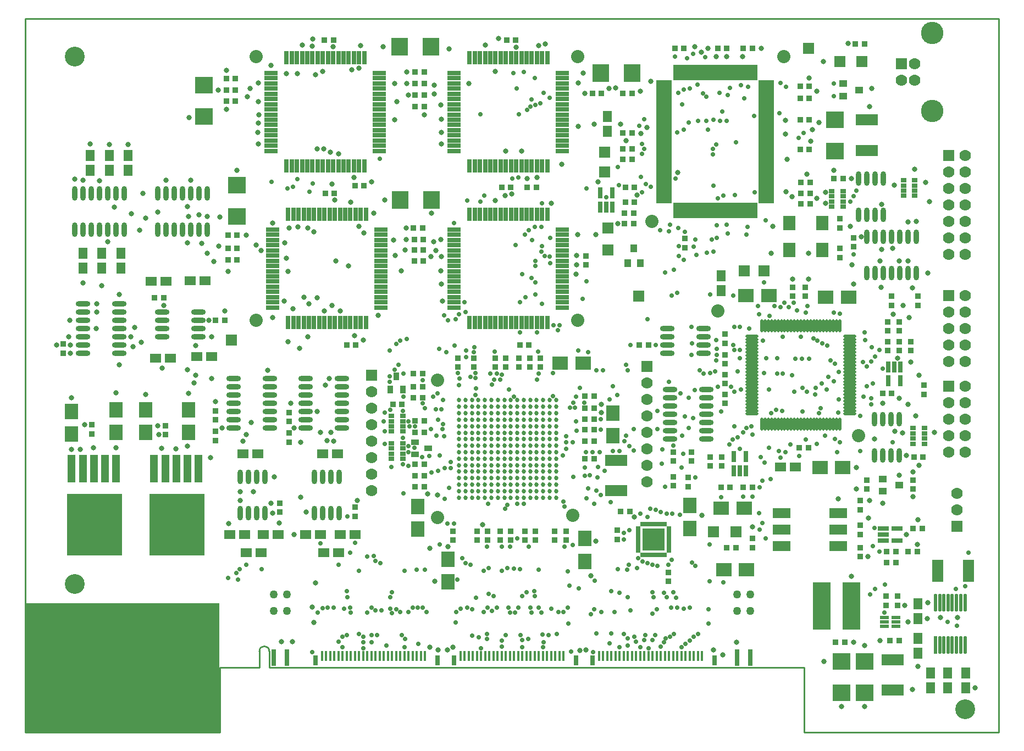
<source format=gts>
%FSLAX23Y23*%
%MOIN*%
G70*
G01*
G75*
G04 Layer_Color=8388736*
%ADD10C,0.040*%
%ADD11R,0.030X0.030*%
%ADD12R,0.037X0.035*%
%ADD13R,0.037X0.035*%
%ADD14R,0.075X0.020*%
%ADD15R,0.020X0.075*%
%ADD16R,0.330X0.370*%
%ADD17R,0.040X0.160*%
%ADD18R,0.090X0.012*%
%ADD19R,0.012X0.090*%
%ADD20R,0.031X0.060*%
%ADD21R,0.014X0.060*%
%ADD22R,0.030X0.100*%
%ADD23O,0.080X0.024*%
%ADD24O,0.024X0.080*%
%ADD25R,0.070X0.078*%
%ADD26R,0.063X0.063*%
%ADD27R,0.035X0.037*%
%ADD28R,0.035X0.037*%
%ADD29R,0.015X0.100*%
%ADD30O,0.015X0.100*%
%ADD31R,0.098X0.051*%
%ADD32R,0.100X0.052*%
%ADD33R,0.128X0.128*%
%ADD34R,0.020X0.012*%
%ADD35R,0.012X0.020*%
%ADD36R,0.085X0.071*%
%ADD37R,0.071X0.085*%
%ADD38R,0.030X0.030*%
%ADD39R,0.125X0.060*%
%ADD40R,0.030X0.037*%
%ADD41R,0.060X0.050*%
%ADD42R,0.037X0.030*%
%ADD43R,0.050X0.060*%
%ADD44R,0.100X0.095*%
%ADD45R,0.060X0.060*%
%ADD46R,0.060X0.125*%
%ADD47R,0.028X0.017*%
%ADD48R,0.095X0.100*%
%ADD49R,0.063X0.063*%
%ADD50R,0.060X0.060*%
%ADD51O,0.071X0.012*%
%ADD52O,0.012X0.071*%
%ADD53R,0.100X0.280*%
%ADD54R,0.045X0.014*%
%ADD55R,0.057X0.022*%
%ADD56R,0.057X0.022*%
%ADD57R,0.022X0.057*%
%ADD58R,0.022X0.057*%
%ADD59C,0.019*%
%ADD60R,1.170X0.780*%
%ADD61C,0.006*%
%ADD62C,0.008*%
%ADD63C,0.020*%
%ADD64C,0.010*%
%ADD65C,0.015*%
%ADD66C,0.050*%
%ADD67C,0.062*%
%ADD68R,0.062X0.062*%
%ADD69C,0.128*%
%ADD70C,0.236*%
%ADD71C,0.025*%
%ADD72C,0.020*%
%ADD73C,0.040*%
G04:AMPARAMS|DCode=74|XSize=85mil|YSize=85mil|CornerRadius=0mil|HoleSize=0mil|Usage=FLASHONLY|Rotation=0.000|XOffset=0mil|YOffset=0mil|HoleType=Round|Shape=Relief|Width=10mil|Gap=10mil|Entries=4|*
%AMTHD74*
7,0,0,0.085,0.065,0.010,45*
%
%ADD74THD74*%
%ADD75C,0.082*%
%ADD76C,0.132*%
G04:AMPARAMS|DCode=77|XSize=102mil|YSize=102mil|CornerRadius=0mil|HoleSize=0mil|Usage=FLASHONLY|Rotation=0.000|XOffset=0mil|YOffset=0mil|HoleType=Round|Shape=Relief|Width=10mil|Gap=10mil|Entries=4|*
%AMTHD77*
7,0,0,0.102,0.082,0.010,45*
%
%ADD77THD77*%
%ADD78C,0.065*%
G04:AMPARAMS|DCode=79|XSize=178mil|YSize=178mil|CornerRadius=0mil|HoleSize=0mil|Usage=FLASHONLY|Rotation=0.000|XOffset=0mil|YOffset=0mil|HoleType=Round|Shape=Relief|Width=10mil|Gap=10mil|Entries=4|*
%AMTHD79*
7,0,0,0.178,0.158,0.010,45*
%
%ADD79THD79*%
G04:AMPARAMS|DCode=80|XSize=96mil|YSize=96mil|CornerRadius=0mil|HoleSize=0mil|Usage=FLASHONLY|Rotation=0.000|XOffset=0mil|YOffset=0mil|HoleType=Round|Shape=Relief|Width=10mil|Gap=10mil|Entries=4|*
%AMTHD80*
7,0,0,0.096,0.076,0.010,45*
%
%ADD80THD80*%
%ADD81C,0.035*%
%ADD82C,0.030*%
%ADD83C,0.158*%
%ADD84C,0.076*%
%ADD85R,0.016X0.085*%
%ADD86R,0.707X0.020*%
%ADD87C,0.009*%
%ADD88C,0.010*%
%ADD89C,0.012*%
%ADD90C,0.024*%
%ADD91C,0.004*%
%ADD92C,0.008*%
%ADD93C,0.005*%
%ADD94R,0.350X0.200*%
%ADD95R,0.090X0.740*%
%ADD96R,0.500X0.090*%
%ADD97R,0.505X0.090*%
%ADD98C,0.120*%
%ADD99R,0.038X0.038*%
%ADD100C,0.080*%
%ADD101R,0.045X0.043*%
%ADD102R,0.045X0.043*%
%ADD103R,0.083X0.028*%
%ADD104R,0.028X0.083*%
%ADD105R,0.338X0.378*%
%ADD106R,0.048X0.168*%
%ADD107R,0.098X0.020*%
%ADD108R,0.020X0.098*%
%ADD109O,0.088X0.032*%
%ADD110O,0.032X0.088*%
%ADD111R,0.078X0.086*%
%ADD112R,0.071X0.071*%
%ADD113R,0.043X0.045*%
%ADD114R,0.043X0.045*%
%ADD115R,0.023X0.108*%
%ADD116O,0.023X0.108*%
%ADD117R,0.106X0.059*%
%ADD118R,0.108X0.060*%
%ADD119R,0.136X0.136*%
%ADD120R,0.028X0.020*%
%ADD121R,0.020X0.028*%
%ADD122R,0.093X0.079*%
%ADD123R,0.079X0.093*%
%ADD124R,0.038X0.038*%
%ADD125R,0.133X0.068*%
%ADD126R,0.038X0.045*%
%ADD127R,0.068X0.058*%
%ADD128R,0.045X0.038*%
%ADD129R,0.058X0.068*%
%ADD130R,0.108X0.103*%
%ADD131R,0.068X0.068*%
%ADD132R,0.068X0.133*%
%ADD133R,0.036X0.025*%
%ADD134R,0.103X0.108*%
%ADD135R,0.071X0.071*%
%ADD136R,0.068X0.068*%
%ADD137O,0.079X0.020*%
%ADD138O,0.020X0.079*%
%ADD139R,0.108X0.288*%
%ADD140R,0.053X0.022*%
%ADD141R,0.065X0.030*%
%ADD142R,0.065X0.030*%
%ADD143R,0.030X0.065*%
%ADD144R,0.030X0.065*%
%ADD145C,0.027*%
%ADD146R,1.178X0.788*%
%ADD147C,0.058*%
%ADD148C,0.070*%
%ADD149R,0.070X0.070*%
%ADD150C,0.136*%
%ADD151C,0.244*%
%ADD152C,0.033*%
%ADD153C,0.028*%
D20*
X3442Y435D02*
D03*
X4182D02*
D03*
X3342D02*
D03*
X2602D02*
D03*
X2502D02*
D03*
X1762D02*
D03*
D21*
X4105Y463D02*
D03*
X4080D02*
D03*
X4055D02*
D03*
X4030D02*
D03*
X4005D02*
D03*
X3980D02*
D03*
X3955D02*
D03*
X3930D02*
D03*
X3905D02*
D03*
X3880D02*
D03*
X3855D02*
D03*
X3830D02*
D03*
X3805D02*
D03*
X3780D02*
D03*
X3755D02*
D03*
X3730D02*
D03*
X3705D02*
D03*
X3680D02*
D03*
X3655D02*
D03*
X3630D02*
D03*
X3605D02*
D03*
X3580D02*
D03*
X3555D02*
D03*
X3530D02*
D03*
X3505D02*
D03*
X3480D02*
D03*
X3265Y462D02*
D03*
X3240D02*
D03*
X3215D02*
D03*
X3190D02*
D03*
X3165D02*
D03*
X3140D02*
D03*
X3115D02*
D03*
X3090D02*
D03*
X3065D02*
D03*
X3040D02*
D03*
X3015D02*
D03*
X2990D02*
D03*
X2965D02*
D03*
X2940D02*
D03*
X2915D02*
D03*
X2890D02*
D03*
X2865D02*
D03*
X2840D02*
D03*
X2815D02*
D03*
X2790D02*
D03*
X2765D02*
D03*
X2740D02*
D03*
X2715D02*
D03*
X2690D02*
D03*
X2665D02*
D03*
X2640D02*
D03*
X2425D02*
D03*
X2400D02*
D03*
X2375D02*
D03*
X2350D02*
D03*
X2325D02*
D03*
X2300D02*
D03*
X2275D02*
D03*
X2250D02*
D03*
X2225D02*
D03*
X2200D02*
D03*
X2175D02*
D03*
X2150D02*
D03*
X2125D02*
D03*
X2100D02*
D03*
X2075D02*
D03*
X2050D02*
D03*
X2025D02*
D03*
X2000D02*
D03*
X1975D02*
D03*
X1950D02*
D03*
X1925D02*
D03*
X1900D02*
D03*
X1875D02*
D03*
X1850D02*
D03*
X1825D02*
D03*
X1800D02*
D03*
D22*
X1508Y453D02*
D03*
X1587D02*
D03*
X4318Y453D02*
D03*
X4397D02*
D03*
D64*
X1480Y492D02*
G03*
X1420Y492I-30J0D01*
G01*
X5905Y0D02*
Y4330D01*
X0D02*
X5905D01*
X1420Y394D02*
Y492D01*
X1480Y395D02*
Y492D01*
Y394D02*
X4117D01*
X4725D01*
X1180D02*
X1420D01*
X4725Y0D02*
X5905D01*
X4725D02*
Y394D01*
X0Y0D02*
Y4330D01*
Y0D02*
X1180D01*
Y394D01*
D66*
X1588Y737D02*
D03*
Y837D02*
D03*
X1508D02*
D03*
Y737D02*
D03*
X4398D02*
D03*
X4318D02*
D03*
X4318Y837D02*
D03*
X4398D02*
D03*
D95*
X4495Y3585D02*
D03*
X3875D02*
D03*
D96*
X4185Y3165D02*
D03*
D97*
X4183Y4005D02*
D03*
D98*
X5700Y140D02*
D03*
X300Y900D02*
D03*
Y4100D02*
D03*
D99*
X5280Y1030D02*
D03*
X5225D02*
D03*
X2420Y1490D02*
D03*
X2365D02*
D03*
X2410Y2030D02*
D03*
X2355D02*
D03*
X2410Y2175D02*
D03*
X2355D02*
D03*
X3450Y1835D02*
D03*
X3395D02*
D03*
X3450Y1660D02*
D03*
X3395D02*
D03*
X2365Y1555D02*
D03*
X2420D02*
D03*
X2365Y1890D02*
D03*
X2420D02*
D03*
X3395Y1765D02*
D03*
X3450D02*
D03*
X3395Y1900D02*
D03*
X3450D02*
D03*
X3395Y1965D02*
D03*
X3450D02*
D03*
X2285Y1990D02*
D03*
X2230D02*
D03*
X2410Y2095D02*
D03*
X2355D02*
D03*
X3395Y2040D02*
D03*
X3450D02*
D03*
X840Y2635D02*
D03*
X785D02*
D03*
X1210Y2500D02*
D03*
X1155D02*
D03*
X2420Y1820D02*
D03*
X2365D02*
D03*
X2420Y1625D02*
D03*
X2365D02*
D03*
X3780Y2350D02*
D03*
X3725D02*
D03*
X4970Y545D02*
D03*
X4915D02*
D03*
X3612Y1341D02*
D03*
X3667D02*
D03*
X5300Y555D02*
D03*
X5245D02*
D03*
X5385Y1235D02*
D03*
X5440D02*
D03*
X4255Y1120D02*
D03*
X4310D02*
D03*
X5410Y1095D02*
D03*
X5355D02*
D03*
X5280D02*
D03*
X5225D02*
D03*
X4410Y1485D02*
D03*
X4355D02*
D03*
X4220Y1485D02*
D03*
X4275D02*
D03*
X1230Y3015D02*
D03*
X1285D02*
D03*
X2410Y3060D02*
D03*
X2355D02*
D03*
X4960Y3360D02*
D03*
X4905D02*
D03*
X5035Y4175D02*
D03*
X5090D02*
D03*
X4700Y3845D02*
D03*
X4755D02*
D03*
X1230Y2935D02*
D03*
X1285D02*
D03*
X1230Y2865D02*
D03*
X1285D02*
D03*
X2005Y2350D02*
D03*
X1950D02*
D03*
X2415Y2860D02*
D03*
X2360D02*
D03*
X1820Y3270D02*
D03*
X1875D02*
D03*
X2360Y2925D02*
D03*
X2415D02*
D03*
X2360Y2990D02*
D03*
X2415D02*
D03*
X3000Y2350D02*
D03*
X3055D02*
D03*
X2890Y3305D02*
D03*
X2945D02*
D03*
X3625Y3475D02*
D03*
X3680D02*
D03*
Y3540D02*
D03*
X3625D02*
D03*
X4695Y1725D02*
D03*
X4750D02*
D03*
X4760Y3335D02*
D03*
X4705D02*
D03*
X3640Y3215D02*
D03*
X3695D02*
D03*
X1275Y3965D02*
D03*
X1220D02*
D03*
X2365Y4005D02*
D03*
X2420D02*
D03*
X3690Y3150D02*
D03*
X3635D02*
D03*
X4755Y3920D02*
D03*
X4700D02*
D03*
X3635Y3085D02*
D03*
X3690D02*
D03*
X4700Y3535D02*
D03*
X4755D02*
D03*
X5390Y1670D02*
D03*
X5445D02*
D03*
X4705Y3205D02*
D03*
X4760D02*
D03*
X5200Y2055D02*
D03*
X5255D02*
D03*
X1220Y3895D02*
D03*
X1275D02*
D03*
X1220Y3830D02*
D03*
X1275D02*
D03*
X2055Y3315D02*
D03*
X2000D02*
D03*
X2420Y3795D02*
D03*
X2365D02*
D03*
X1815Y4200D02*
D03*
X1870D02*
D03*
X2365Y3865D02*
D03*
X2420D02*
D03*
X2365Y3935D02*
D03*
X2420D02*
D03*
X2920Y4200D02*
D03*
X2975D02*
D03*
X3495Y3875D02*
D03*
X3440D02*
D03*
X3045Y3305D02*
D03*
X3100D02*
D03*
X3995Y4150D02*
D03*
X3940D02*
D03*
X3625Y3875D02*
D03*
X3680D02*
D03*
X3625Y3635D02*
D03*
X3680D02*
D03*
X3640Y3305D02*
D03*
X3695D02*
D03*
X4760Y3270D02*
D03*
X4705D02*
D03*
X4755Y3715D02*
D03*
X4700D02*
D03*
X4410Y4150D02*
D03*
X4355D02*
D03*
X4200Y4150D02*
D03*
X4255D02*
D03*
D100*
X1400Y4100D02*
D03*
X3350D02*
D03*
X1400Y2500D02*
D03*
X3350D02*
D03*
X3800Y3100D02*
D03*
X4600Y4100D02*
D03*
X2500Y1302D02*
D03*
X3320Y1316D02*
D03*
X2500Y2135D02*
D03*
X5055Y1800D02*
D03*
X4200Y2555D02*
D03*
D101*
X5201Y1537D02*
D03*
X5299Y1500D02*
D03*
X5058Y3898D02*
D03*
X4960Y3935D02*
D03*
D102*
X5201Y1463D02*
D03*
X4960Y3860D02*
D03*
D103*
X2148Y4000D02*
D03*
Y3969D02*
D03*
X1490Y3811D02*
D03*
Y3843D02*
D03*
X2148Y3906D02*
D03*
Y3874D02*
D03*
Y3811D02*
D03*
Y3780D02*
D03*
Y3748D02*
D03*
Y3685D02*
D03*
Y3654D02*
D03*
Y3622D02*
D03*
Y3591D02*
D03*
Y3559D02*
D03*
X1490Y3937D02*
D03*
X2148Y3528D02*
D03*
Y3717D02*
D03*
Y3937D02*
D03*
X1490Y3874D02*
D03*
Y3969D02*
D03*
Y3780D02*
D03*
Y3748D02*
D03*
Y3717D02*
D03*
Y3685D02*
D03*
Y3654D02*
D03*
Y3622D02*
D03*
Y3591D02*
D03*
Y3559D02*
D03*
Y3528D02*
D03*
Y4000D02*
D03*
Y3906D02*
D03*
X2148Y3843D02*
D03*
X2158Y3050D02*
D03*
Y3019D02*
D03*
X1500Y2861D02*
D03*
Y2893D02*
D03*
X2158Y2956D02*
D03*
Y2924D02*
D03*
Y2861D02*
D03*
Y2830D02*
D03*
Y2798D02*
D03*
Y2735D02*
D03*
Y2704D02*
D03*
Y2672D02*
D03*
Y2641D02*
D03*
Y2609D02*
D03*
X1500Y2987D02*
D03*
X2158Y2578D02*
D03*
Y2767D02*
D03*
Y2987D02*
D03*
X1500Y2924D02*
D03*
Y3019D02*
D03*
Y2830D02*
D03*
Y2798D02*
D03*
Y2767D02*
D03*
Y2735D02*
D03*
Y2704D02*
D03*
Y2672D02*
D03*
Y2641D02*
D03*
Y2609D02*
D03*
Y2578D02*
D03*
Y3050D02*
D03*
Y2956D02*
D03*
X2158Y2893D02*
D03*
X3258Y3050D02*
D03*
Y3019D02*
D03*
X2600Y2861D02*
D03*
Y2893D02*
D03*
X3258Y2956D02*
D03*
Y2924D02*
D03*
Y2861D02*
D03*
Y2830D02*
D03*
Y2798D02*
D03*
Y2735D02*
D03*
Y2704D02*
D03*
Y2672D02*
D03*
Y2641D02*
D03*
Y2609D02*
D03*
X2600Y2987D02*
D03*
X3258Y2578D02*
D03*
Y2767D02*
D03*
Y2987D02*
D03*
X2600Y2924D02*
D03*
Y3019D02*
D03*
Y2830D02*
D03*
Y2798D02*
D03*
Y2767D02*
D03*
Y2735D02*
D03*
Y2704D02*
D03*
Y2672D02*
D03*
Y2641D02*
D03*
Y2609D02*
D03*
Y2578D02*
D03*
Y3050D02*
D03*
Y2956D02*
D03*
X3258Y2893D02*
D03*
Y4000D02*
D03*
Y3969D02*
D03*
X2600Y3811D02*
D03*
Y3843D02*
D03*
X3258Y3906D02*
D03*
Y3874D02*
D03*
Y3811D02*
D03*
Y3780D02*
D03*
Y3748D02*
D03*
Y3685D02*
D03*
Y3654D02*
D03*
Y3622D02*
D03*
Y3591D02*
D03*
Y3559D02*
D03*
X2600Y3937D02*
D03*
X3258Y3528D02*
D03*
Y3717D02*
D03*
Y3937D02*
D03*
X2600Y3874D02*
D03*
Y3969D02*
D03*
Y3780D02*
D03*
Y3748D02*
D03*
Y3717D02*
D03*
Y3685D02*
D03*
Y3654D02*
D03*
Y3622D02*
D03*
Y3591D02*
D03*
Y3559D02*
D03*
Y3528D02*
D03*
Y4000D02*
D03*
Y3906D02*
D03*
X3258Y3843D02*
D03*
D104*
X1836Y4093D02*
D03*
X2057Y3436D02*
D03*
X2025D02*
D03*
X1962D02*
D03*
X1931D02*
D03*
X1868D02*
D03*
X1836D02*
D03*
X1647Y4093D02*
D03*
X1805Y3436D02*
D03*
X1899D02*
D03*
X2057Y4093D02*
D03*
X1742D02*
D03*
X1710D02*
D03*
X2025D02*
D03*
X1616D02*
D03*
X1679D02*
D03*
X1584Y3436D02*
D03*
X1616D02*
D03*
X1647D02*
D03*
X1679D02*
D03*
X1710D02*
D03*
X1742D02*
D03*
X1773D02*
D03*
X1899Y4093D02*
D03*
X1805D02*
D03*
X1931D02*
D03*
X1773D02*
D03*
X1962D02*
D03*
X1994D02*
D03*
X1584D02*
D03*
X1994Y3436D02*
D03*
X1868Y4093D02*
D03*
X1846Y3143D02*
D03*
X2067Y2486D02*
D03*
X2035D02*
D03*
X1972D02*
D03*
X1941D02*
D03*
X1878D02*
D03*
X1846D02*
D03*
X1657Y3143D02*
D03*
X1815Y2486D02*
D03*
X1909D02*
D03*
X2067Y3143D02*
D03*
X1752D02*
D03*
X1720D02*
D03*
X2035D02*
D03*
X1626D02*
D03*
X1689D02*
D03*
X1594Y2486D02*
D03*
X1626D02*
D03*
X1657D02*
D03*
X1689D02*
D03*
X1720D02*
D03*
X1752D02*
D03*
X1783D02*
D03*
X1909Y3143D02*
D03*
X1815D02*
D03*
X1941D02*
D03*
X1783D02*
D03*
X1972D02*
D03*
X2004D02*
D03*
X1594D02*
D03*
X2004Y2486D02*
D03*
X1878Y3143D02*
D03*
X2946D02*
D03*
X3167Y2486D02*
D03*
X3135D02*
D03*
X3072D02*
D03*
X3041D02*
D03*
X2978D02*
D03*
X2946D02*
D03*
X2757Y3143D02*
D03*
X2915Y2486D02*
D03*
X3009D02*
D03*
X3167Y3143D02*
D03*
X2852D02*
D03*
X2820D02*
D03*
X3135D02*
D03*
X2726D02*
D03*
X2789D02*
D03*
X2694Y2486D02*
D03*
X2726D02*
D03*
X2757D02*
D03*
X2789D02*
D03*
X2820D02*
D03*
X2852D02*
D03*
X2883D02*
D03*
X3009Y3143D02*
D03*
X2915D02*
D03*
X3041D02*
D03*
X2883D02*
D03*
X3072D02*
D03*
X3104D02*
D03*
X2694D02*
D03*
X3104Y2486D02*
D03*
X2978Y3143D02*
D03*
X2946Y4093D02*
D03*
X3167Y3436D02*
D03*
X3135D02*
D03*
X3072D02*
D03*
X3041D02*
D03*
X2978D02*
D03*
X2946D02*
D03*
X2757Y4093D02*
D03*
X2915Y3436D02*
D03*
X3009D02*
D03*
X3167Y4093D02*
D03*
X2852D02*
D03*
X2820D02*
D03*
X3135D02*
D03*
X2726D02*
D03*
X2789D02*
D03*
X2694Y3436D02*
D03*
X2726D02*
D03*
X2757D02*
D03*
X2789D02*
D03*
X2820D02*
D03*
X2852D02*
D03*
X2883D02*
D03*
X3009Y4093D02*
D03*
X2915D02*
D03*
X3041D02*
D03*
X2883D02*
D03*
X3072D02*
D03*
X3104D02*
D03*
X2694D02*
D03*
X3104Y3436D02*
D03*
X2978Y4093D02*
D03*
D105*
X920Y1260D02*
D03*
X420D02*
D03*
D106*
X849Y1600D02*
D03*
X782D02*
D03*
X916D02*
D03*
X1050D02*
D03*
X983D02*
D03*
X483D02*
D03*
X550D02*
D03*
X416D02*
D03*
X282D02*
D03*
X349D02*
D03*
D107*
X4495Y3220D02*
D03*
Y3279D02*
D03*
Y3318D02*
D03*
Y3338D02*
D03*
Y3358D02*
D03*
Y3377D02*
D03*
Y3417D02*
D03*
Y3476D02*
D03*
Y3496D02*
D03*
Y3515D02*
D03*
Y3771D02*
D03*
Y3791D02*
D03*
Y3811D02*
D03*
Y3870D02*
D03*
Y3948D02*
D03*
X3874Y3929D02*
D03*
Y3870D02*
D03*
Y3437D02*
D03*
Y3299D02*
D03*
Y3909D02*
D03*
Y3377D02*
D03*
Y3358D02*
D03*
Y3338D02*
D03*
Y3318D02*
D03*
X4495Y3614D02*
D03*
Y3633D02*
D03*
Y3653D02*
D03*
Y3673D02*
D03*
Y3692D02*
D03*
X3874Y3220D02*
D03*
X4495Y3437D02*
D03*
X3874Y3614D02*
D03*
Y3535D02*
D03*
Y3515D02*
D03*
Y3496D02*
D03*
Y3555D02*
D03*
Y3850D02*
D03*
Y3830D02*
D03*
X4495Y3456D02*
D03*
Y3594D02*
D03*
Y3732D02*
D03*
Y3259D02*
D03*
X3874Y3948D02*
D03*
Y3653D02*
D03*
Y3397D02*
D03*
X4495Y3751D02*
D03*
X3874Y3594D02*
D03*
X4495Y3397D02*
D03*
X3874Y3417D02*
D03*
X4495Y3889D02*
D03*
X3874Y3240D02*
D03*
Y3574D02*
D03*
Y3476D02*
D03*
Y3456D02*
D03*
X4495Y3830D02*
D03*
Y3850D02*
D03*
X3874Y3811D02*
D03*
Y3791D02*
D03*
Y3771D02*
D03*
Y3751D02*
D03*
Y3732D02*
D03*
Y3712D02*
D03*
Y3692D02*
D03*
Y3673D02*
D03*
X4495Y3909D02*
D03*
Y3929D02*
D03*
Y3299D02*
D03*
Y3555D02*
D03*
Y3574D02*
D03*
X3874Y3259D02*
D03*
X4495Y3535D02*
D03*
Y3240D02*
D03*
Y3712D02*
D03*
X3874Y3889D02*
D03*
Y3633D02*
D03*
Y3279D02*
D03*
D108*
X4372Y4004D02*
D03*
X4214Y3166D02*
D03*
X4234D02*
D03*
X4254D02*
D03*
X4273D02*
D03*
X4391D02*
D03*
X4411D02*
D03*
X4431D02*
D03*
X4332Y4004D02*
D03*
X4313D02*
D03*
X4293D02*
D03*
X4273D02*
D03*
X4136D02*
D03*
X4116D02*
D03*
X4096D02*
D03*
X4076D02*
D03*
X3939Y3166D02*
D03*
X3958D02*
D03*
X3978D02*
D03*
X4293D02*
D03*
X4313D02*
D03*
X4332D02*
D03*
X4352D02*
D03*
X4116D02*
D03*
X4037Y4004D02*
D03*
X4017D02*
D03*
X3998D02*
D03*
X3978D02*
D03*
X3958D02*
D03*
X4195Y3166D02*
D03*
X4372D02*
D03*
X4234Y4004D02*
D03*
X4057D02*
D03*
X4136Y3166D02*
D03*
X3998D02*
D03*
X4037D02*
D03*
X4096D02*
D03*
X4076D02*
D03*
X4431Y4004D02*
D03*
X4155Y3166D02*
D03*
X4411Y4004D02*
D03*
X4155D02*
D03*
X4195D02*
D03*
X4175D02*
D03*
X4214D02*
D03*
X4017Y3166D02*
D03*
X4352Y4004D02*
D03*
X4254D02*
D03*
X3939D02*
D03*
X4175Y3166D02*
D03*
X4391Y4004D02*
D03*
X4057Y3166D02*
D03*
D109*
X1921Y1895D02*
D03*
Y2045D02*
D03*
X1701Y2145D02*
D03*
Y1995D02*
D03*
X1921Y1945D02*
D03*
Y1845D02*
D03*
X1701Y2045D02*
D03*
Y1895D02*
D03*
X1921Y1995D02*
D03*
Y2145D02*
D03*
X1701Y2095D02*
D03*
Y1945D02*
D03*
X1921Y2095D02*
D03*
X1701Y1845D02*
D03*
X4130Y1830D02*
D03*
Y1980D02*
D03*
X3910Y2080D02*
D03*
Y1930D02*
D03*
X4130Y1880D02*
D03*
Y1780D02*
D03*
X3910Y1980D02*
D03*
Y1830D02*
D03*
X4130Y1930D02*
D03*
Y2080D02*
D03*
X3910Y2030D02*
D03*
Y1880D02*
D03*
X4130Y2030D02*
D03*
X3910Y1780D02*
D03*
X570Y2350D02*
D03*
Y2500D02*
D03*
X350Y2600D02*
D03*
Y2450D02*
D03*
X570Y2400D02*
D03*
Y2300D02*
D03*
X350Y2500D02*
D03*
Y2350D02*
D03*
X570Y2450D02*
D03*
Y2600D02*
D03*
X350Y2550D02*
D03*
Y2400D02*
D03*
X570Y2550D02*
D03*
X350Y2300D02*
D03*
X1485Y1895D02*
D03*
Y2045D02*
D03*
X1265Y2145D02*
D03*
Y1995D02*
D03*
X1485Y1945D02*
D03*
Y1845D02*
D03*
X1265Y2045D02*
D03*
Y1895D02*
D03*
X1485Y1995D02*
D03*
Y2145D02*
D03*
X1265Y2095D02*
D03*
Y1945D02*
D03*
X1485Y2095D02*
D03*
X1265Y1845D02*
D03*
X4115Y2350D02*
D03*
Y2450D02*
D03*
X3895Y2400D02*
D03*
X4115D02*
D03*
Y2300D02*
D03*
X3895Y2350D02*
D03*
Y2450D02*
D03*
Y2300D02*
D03*
X1050Y2450D02*
D03*
Y2550D02*
D03*
X830Y2500D02*
D03*
X1050D02*
D03*
Y2400D02*
D03*
X830Y2450D02*
D03*
Y2400D02*
D03*
Y2550D02*
D03*
D110*
X855Y3050D02*
D03*
X1005D02*
D03*
X1105Y3270D02*
D03*
X955D02*
D03*
X905Y3050D02*
D03*
X805D02*
D03*
X1005Y3270D02*
D03*
X855D02*
D03*
X955Y3050D02*
D03*
X1105D02*
D03*
X1055Y3270D02*
D03*
X905D02*
D03*
X1055Y3050D02*
D03*
X805Y3270D02*
D03*
X1405Y1550D02*
D03*
X1305D02*
D03*
X1355Y1330D02*
D03*
Y1550D02*
D03*
X1455D02*
D03*
X1405Y1330D02*
D03*
X1305D02*
D03*
X1455D02*
D03*
X1855Y1550D02*
D03*
X1755D02*
D03*
X1805Y1330D02*
D03*
Y1550D02*
D03*
X1905D02*
D03*
X1855Y1330D02*
D03*
X1755D02*
D03*
X1905D02*
D03*
X350Y3050D02*
D03*
X500D02*
D03*
X600Y3270D02*
D03*
X450D02*
D03*
X400Y3050D02*
D03*
X300D02*
D03*
X500Y3270D02*
D03*
X350D02*
D03*
X450Y3050D02*
D03*
X600D02*
D03*
X550Y3270D02*
D03*
X400D02*
D03*
X550Y3050D02*
D03*
X300Y3270D02*
D03*
X5105Y3005D02*
D03*
X5355Y2785D02*
D03*
X5205Y3005D02*
D03*
X5355D02*
D03*
X5405Y2785D02*
D03*
X5255D02*
D03*
X5155Y3005D02*
D03*
X5305D02*
D03*
X5105Y2785D02*
D03*
X5205D02*
D03*
X5255Y3005D02*
D03*
X5405D02*
D03*
X5305Y2785D02*
D03*
X5155D02*
D03*
X5055Y3360D02*
D03*
X5205Y3140D02*
D03*
Y3360D02*
D03*
X5155Y3140D02*
D03*
X5055D02*
D03*
X5105Y3360D02*
D03*
X5155D02*
D03*
X5105Y3140D02*
D03*
X5300Y1680D02*
D03*
X5150Y1900D02*
D03*
Y1680D02*
D03*
X5200Y1900D02*
D03*
X5300D02*
D03*
X5250Y1680D02*
D03*
X5200D02*
D03*
X5250Y1900D02*
D03*
D111*
X4635Y3090D02*
D03*
Y2925D02*
D03*
X4835D02*
D03*
Y3090D02*
D03*
D112*
X3515Y3400D02*
D03*
Y3520D02*
D03*
D113*
X3655Y2845D02*
D03*
X3692Y2938D02*
D03*
D114*
X3730Y2845D02*
D03*
D115*
X5520Y530D02*
D03*
D116*
X5674Y785D02*
D03*
X5571D02*
D03*
X5546Y530D02*
D03*
X5597D02*
D03*
X5674D02*
D03*
X5571D02*
D03*
X5622D02*
D03*
X5648D02*
D03*
X5699Y785D02*
D03*
X5597D02*
D03*
X5648D02*
D03*
X5699Y530D02*
D03*
X5622Y785D02*
D03*
X5546D02*
D03*
X5520D02*
D03*
D117*
X4930Y1130D02*
D03*
D118*
Y1230D02*
D03*
Y1330D02*
D03*
X4587D02*
D03*
Y1230D02*
D03*
Y1130D02*
D03*
D119*
X3810Y1170D02*
D03*
D120*
X3717Y1239D02*
D03*
Y1219D02*
D03*
Y1200D02*
D03*
Y1180D02*
D03*
Y1160D02*
D03*
Y1140D02*
D03*
Y1121D02*
D03*
Y1101D02*
D03*
X3903Y1239D02*
D03*
Y1219D02*
D03*
Y1200D02*
D03*
Y1180D02*
D03*
Y1160D02*
D03*
Y1140D02*
D03*
Y1121D02*
D03*
Y1101D02*
D03*
D121*
X3741Y1077D02*
D03*
X3761D02*
D03*
X3780D02*
D03*
X3800D02*
D03*
X3820D02*
D03*
X3840D02*
D03*
X3859D02*
D03*
X3879D02*
D03*
X3741Y1263D02*
D03*
X3761D02*
D03*
X3780D02*
D03*
X3800D02*
D03*
X3820D02*
D03*
X3840D02*
D03*
X3859D02*
D03*
X3879D02*
D03*
D122*
X3245Y2240D02*
D03*
X3383D02*
D03*
X4375Y985D02*
D03*
X4237D02*
D03*
X4360Y1360D02*
D03*
X4222D02*
D03*
X4510Y2650D02*
D03*
X4372D02*
D03*
X4820Y1605D02*
D03*
X4958D02*
D03*
X4855Y2640D02*
D03*
X4993D02*
D03*
D123*
X2565Y1050D02*
D03*
Y912D02*
D03*
X3395Y1175D02*
D03*
Y1037D02*
D03*
X2380Y1370D02*
D03*
Y1232D02*
D03*
X3565Y1800D02*
D03*
Y1938D02*
D03*
X4030Y1375D02*
D03*
Y1237D02*
D03*
X730Y1820D02*
D03*
Y1958D02*
D03*
X990Y1820D02*
D03*
Y1958D02*
D03*
X280Y1810D02*
D03*
Y1948D02*
D03*
X550Y1820D02*
D03*
Y1958D02*
D03*
D124*
X2595Y1220D02*
D03*
Y1165D02*
D03*
X2740Y1220D02*
D03*
Y1165D02*
D03*
X2805Y1220D02*
D03*
Y1165D02*
D03*
X3030Y1220D02*
D03*
Y1165D02*
D03*
X3095Y1220D02*
D03*
Y1165D02*
D03*
X3280Y1220D02*
D03*
Y1165D02*
D03*
X3210Y1220D02*
D03*
Y1165D02*
D03*
X3060Y2215D02*
D03*
Y2270D02*
D03*
X3125Y2215D02*
D03*
Y2270D02*
D03*
X2915Y2215D02*
D03*
Y2270D02*
D03*
X2720Y2215D02*
D03*
Y2270D02*
D03*
X2625Y2215D02*
D03*
Y2270D02*
D03*
X2850Y2215D02*
D03*
Y2270D02*
D03*
X2945Y1165D02*
D03*
Y1220D02*
D03*
X2880Y1165D02*
D03*
Y1220D02*
D03*
X3930Y1700D02*
D03*
Y1645D02*
D03*
X1600Y1760D02*
D03*
Y1815D02*
D03*
X1155Y1770D02*
D03*
Y1825D02*
D03*
X1600Y1940D02*
D03*
Y1885D02*
D03*
X4040Y1700D02*
D03*
Y1645D02*
D03*
X5450Y2050D02*
D03*
Y2105D02*
D03*
X2995Y2215D02*
D03*
Y2270D02*
D03*
X2000Y1310D02*
D03*
Y1365D02*
D03*
X4245Y2360D02*
D03*
Y2415D02*
D03*
X5415Y2590D02*
D03*
Y2645D02*
D03*
X1545Y1335D02*
D03*
Y1390D02*
D03*
X230Y2300D02*
D03*
Y2355D02*
D03*
X1155Y1895D02*
D03*
Y1950D02*
D03*
X3900Y915D02*
D03*
Y970D02*
D03*
X850Y1860D02*
D03*
Y1805D02*
D03*
X405Y1865D02*
D03*
Y1810D02*
D03*
X3590Y1170D02*
D03*
Y1225D02*
D03*
X5065Y1200D02*
D03*
Y1255D02*
D03*
Y1065D02*
D03*
Y1120D02*
D03*
X5290Y770D02*
D03*
Y825D02*
D03*
X5220Y770D02*
D03*
Y825D02*
D03*
X5065Y1405D02*
D03*
Y1350D02*
D03*
X4410Y1120D02*
D03*
Y1175D02*
D03*
X5025Y3000D02*
D03*
Y2945D02*
D03*
X4155Y1670D02*
D03*
Y1615D02*
D03*
X4225Y1670D02*
D03*
Y1615D02*
D03*
X5385Y1475D02*
D03*
Y1530D02*
D03*
X5105D02*
D03*
Y1475D02*
D03*
X4245Y2170D02*
D03*
Y2115D02*
D03*
Y2050D02*
D03*
Y1995D02*
D03*
X5255Y2645D02*
D03*
Y2590D02*
D03*
X4245Y2235D02*
D03*
Y2290D02*
D03*
X5300Y2490D02*
D03*
Y2435D02*
D03*
X3930Y1495D02*
D03*
Y1550D02*
D03*
X5230Y2435D02*
D03*
Y2490D02*
D03*
X4020Y1545D02*
D03*
Y1490D02*
D03*
X3400Y2835D02*
D03*
Y2890D02*
D03*
X4655Y2700D02*
D03*
Y2645D02*
D03*
X4730D02*
D03*
Y2700D02*
D03*
X5300Y2370D02*
D03*
Y2315D02*
D03*
X5230D02*
D03*
Y2370D02*
D03*
X4940Y3060D02*
D03*
Y3115D02*
D03*
X4940Y2935D02*
D03*
Y2880D02*
D03*
X5370Y2315D02*
D03*
Y2370D02*
D03*
X4000Y2940D02*
D03*
Y2995D02*
D03*
D125*
X3585Y1650D02*
D03*
Y1465D02*
D03*
X5260Y255D02*
D03*
Y440D02*
D03*
X5105Y3715D02*
D03*
Y3530D02*
D03*
D126*
X2252Y2159D02*
D03*
X2290Y2080D02*
D03*
X2215Y2080D02*
D03*
D127*
X1000Y2740D02*
D03*
X1090D02*
D03*
X855Y2735D02*
D03*
X765D02*
D03*
X880Y2270D02*
D03*
X790D02*
D03*
X1130Y2280D02*
D03*
X1040D02*
D03*
X1910Y1200D02*
D03*
X2000D02*
D03*
X1895Y1690D02*
D03*
X1805D02*
D03*
X1700Y1200D02*
D03*
X1790D02*
D03*
X1900Y1090D02*
D03*
X1810D02*
D03*
X1445Y1200D02*
D03*
X1535D02*
D03*
X1320Y1690D02*
D03*
X1410D02*
D03*
X1240Y1200D02*
D03*
X1330D02*
D03*
X1430Y1090D02*
D03*
X1340D02*
D03*
X4670Y1610D02*
D03*
X4580D02*
D03*
D128*
X2444Y1723D02*
D03*
X2365Y1685D02*
D03*
X2365Y1760D02*
D03*
D129*
X510Y3500D02*
D03*
Y3410D02*
D03*
X395Y3500D02*
D03*
Y3410D02*
D03*
X625Y3500D02*
D03*
Y3410D02*
D03*
X580Y2815D02*
D03*
Y2905D02*
D03*
X465Y2815D02*
D03*
Y2905D02*
D03*
X350Y2815D02*
D03*
Y2905D02*
D03*
X5705Y360D02*
D03*
Y270D02*
D03*
X5415Y570D02*
D03*
Y480D02*
D03*
Y780D02*
D03*
Y690D02*
D03*
X5490Y360D02*
D03*
Y270D02*
D03*
X5595Y360D02*
D03*
Y270D02*
D03*
X3530Y3735D02*
D03*
Y3645D02*
D03*
X4220Y2770D02*
D03*
Y2680D02*
D03*
D130*
X4950Y240D02*
D03*
Y430D02*
D03*
X5090Y240D02*
D03*
Y430D02*
D03*
X1285Y3130D02*
D03*
Y3320D02*
D03*
X4910Y3715D02*
D03*
Y3525D02*
D03*
X1085Y3925D02*
D03*
Y3735D02*
D03*
D131*
X4175Y1215D02*
D03*
X4310D02*
D03*
X5075Y4070D02*
D03*
X4940D02*
D03*
X4750Y4150D02*
D03*
X1250Y2380D02*
D03*
X3720Y2645D02*
D03*
D132*
X5535Y980D02*
D03*
X5720D02*
D03*
D133*
X4892Y3190D02*
D03*
Y3221D02*
D03*
Y3253D02*
D03*
Y3284D02*
D03*
X4960D02*
D03*
Y3253D02*
D03*
Y3221D02*
D03*
Y3190D02*
D03*
X5327Y3255D02*
D03*
Y3286D02*
D03*
Y3318D02*
D03*
Y3349D02*
D03*
X5395D02*
D03*
Y3318D02*
D03*
Y3286D02*
D03*
Y3255D02*
D03*
X5453Y1845D02*
D03*
Y1814D02*
D03*
Y1782D02*
D03*
Y1751D02*
D03*
X5385D02*
D03*
Y1782D02*
D03*
Y1814D02*
D03*
Y1845D02*
D03*
X2290Y1825D02*
D03*
Y1856D02*
D03*
Y1888D02*
D03*
Y1919D02*
D03*
X2222D02*
D03*
Y1888D02*
D03*
Y1856D02*
D03*
Y1825D02*
D03*
X2290Y1660D02*
D03*
Y1691D02*
D03*
Y1723D02*
D03*
Y1754D02*
D03*
X2222D02*
D03*
Y1723D02*
D03*
Y1691D02*
D03*
Y1660D02*
D03*
D134*
X2465Y3230D02*
D03*
X2275D02*
D03*
X2460Y4160D02*
D03*
X2270D02*
D03*
X3490Y4000D02*
D03*
X3680D02*
D03*
D135*
X4360Y2800D02*
D03*
X4480D02*
D03*
D136*
X3535Y3060D02*
D03*
Y2925D02*
D03*
D137*
X5001Y2404D02*
D03*
Y2365D02*
D03*
Y2345D02*
D03*
Y2325D02*
D03*
Y2306D02*
D03*
Y2286D02*
D03*
Y2266D02*
D03*
Y2246D02*
D03*
Y2227D02*
D03*
Y2207D02*
D03*
Y2187D02*
D03*
Y2168D02*
D03*
Y2148D02*
D03*
Y2128D02*
D03*
Y2109D02*
D03*
Y2089D02*
D03*
Y2069D02*
D03*
Y2050D02*
D03*
Y2030D02*
D03*
Y2010D02*
D03*
Y1991D02*
D03*
Y1971D02*
D03*
Y1951D02*
D03*
Y1932D02*
D03*
X4407D02*
D03*
Y1951D02*
D03*
Y1971D02*
D03*
Y1991D02*
D03*
Y2010D02*
D03*
Y2030D02*
D03*
Y2050D02*
D03*
Y2069D02*
D03*
Y2089D02*
D03*
Y2109D02*
D03*
Y2128D02*
D03*
Y2148D02*
D03*
Y2168D02*
D03*
Y2187D02*
D03*
Y2207D02*
D03*
Y2227D02*
D03*
Y2246D02*
D03*
Y2266D02*
D03*
Y2286D02*
D03*
Y2306D02*
D03*
Y2325D02*
D03*
Y2345D02*
D03*
Y2365D02*
D03*
Y2384D02*
D03*
Y2404D02*
D03*
X5001Y2384D02*
D03*
D138*
X4940Y1871D02*
D03*
X4920D02*
D03*
X4901D02*
D03*
X4881D02*
D03*
X4861D02*
D03*
X4842D02*
D03*
X4822D02*
D03*
X4802D02*
D03*
X4783D02*
D03*
X4763D02*
D03*
X4743D02*
D03*
X4723D02*
D03*
X4704D02*
D03*
X4684D02*
D03*
X4664D02*
D03*
X4645D02*
D03*
X4625D02*
D03*
X4605D02*
D03*
X4586D02*
D03*
X4566D02*
D03*
X4546D02*
D03*
X4527D02*
D03*
X4507D02*
D03*
X4487D02*
D03*
X4468D02*
D03*
Y2465D02*
D03*
X4487D02*
D03*
X4507D02*
D03*
X4527D02*
D03*
X4546D02*
D03*
X4566D02*
D03*
X4586D02*
D03*
X4605D02*
D03*
X4625D02*
D03*
X4645D02*
D03*
X4664D02*
D03*
X4684D02*
D03*
X4704D02*
D03*
X4723D02*
D03*
X4743D02*
D03*
X4763D02*
D03*
X4783D02*
D03*
X4802D02*
D03*
X4822D02*
D03*
X4842D02*
D03*
X4861D02*
D03*
X4881D02*
D03*
X4901D02*
D03*
X4920D02*
D03*
X4940D02*
D03*
D139*
X5011Y765D02*
D03*
X4830D02*
D03*
D140*
X5211Y696D02*
D03*
Y670D02*
D03*
Y644D02*
D03*
X5279Y670D02*
D03*
Y644D02*
D03*
X5279Y696D02*
D03*
D141*
X5203Y1237D02*
D03*
D142*
X5203Y1200D02*
D03*
Y1163D02*
D03*
X5287D02*
D03*
Y1237D02*
D03*
D143*
X5307Y2217D02*
D03*
X3488Y3188D02*
D03*
X4298Y1588D02*
D03*
D144*
X5270Y2217D02*
D03*
X5233D02*
D03*
Y2133D02*
D03*
X5307D02*
D03*
X3525Y3188D02*
D03*
X3562D02*
D03*
Y3272D02*
D03*
X3488D02*
D03*
X4335Y1588D02*
D03*
X4372D02*
D03*
Y1672D02*
D03*
X4298D02*
D03*
D145*
X3221Y1424D02*
D03*
X3181D02*
D03*
X3142D02*
D03*
X3102D02*
D03*
X3063D02*
D03*
X3024D02*
D03*
X2984D02*
D03*
X2945D02*
D03*
X2906D02*
D03*
X2866D02*
D03*
X2827D02*
D03*
X2787D02*
D03*
X2748D02*
D03*
X2709D02*
D03*
X2669D02*
D03*
X2630D02*
D03*
X3221Y1464D02*
D03*
X3181D02*
D03*
X3142D02*
D03*
X3102D02*
D03*
X3063D02*
D03*
X3024D02*
D03*
X2984D02*
D03*
X2945D02*
D03*
X2906D02*
D03*
X2866D02*
D03*
X2827D02*
D03*
X2787D02*
D03*
X2748D02*
D03*
X2709D02*
D03*
X2669D02*
D03*
X2630D02*
D03*
X3221Y1503D02*
D03*
X3181D02*
D03*
X3142D02*
D03*
X3102D02*
D03*
X3063D02*
D03*
X3024D02*
D03*
X2984D02*
D03*
X2945D02*
D03*
X2906D02*
D03*
X2866D02*
D03*
X2827D02*
D03*
X2787D02*
D03*
X2748D02*
D03*
X2709D02*
D03*
X2669D02*
D03*
X2630D02*
D03*
X3221Y1543D02*
D03*
X3181D02*
D03*
X3142D02*
D03*
X3102D02*
D03*
X3063D02*
D03*
X3024D02*
D03*
X2984D02*
D03*
X2945D02*
D03*
X2906D02*
D03*
X2866D02*
D03*
X2827D02*
D03*
X2787D02*
D03*
X2748D02*
D03*
X2709D02*
D03*
X2669D02*
D03*
X2630D02*
D03*
X3221Y1582D02*
D03*
X3181D02*
D03*
X3142D02*
D03*
X3102D02*
D03*
X3063D02*
D03*
X3024D02*
D03*
X2984D02*
D03*
X2945D02*
D03*
X2906D02*
D03*
X2866D02*
D03*
X2827D02*
D03*
X2787D02*
D03*
X2748D02*
D03*
X2709D02*
D03*
X2669D02*
D03*
X2630D02*
D03*
X3221Y1621D02*
D03*
X3181D02*
D03*
X3142D02*
D03*
X3102D02*
D03*
X3063D02*
D03*
X3024D02*
D03*
X2984D02*
D03*
X2945D02*
D03*
X2906D02*
D03*
X2866D02*
D03*
X2827D02*
D03*
X2787D02*
D03*
X2748D02*
D03*
X2709D02*
D03*
X2669D02*
D03*
X2630D02*
D03*
X3221Y1661D02*
D03*
X3181D02*
D03*
X3142D02*
D03*
X3102D02*
D03*
X3063D02*
D03*
X3024D02*
D03*
X2984D02*
D03*
X2945D02*
D03*
X2906D02*
D03*
X2866D02*
D03*
X2827D02*
D03*
X2787D02*
D03*
X2748D02*
D03*
X2709D02*
D03*
X2669D02*
D03*
X2630D02*
D03*
X3221Y1700D02*
D03*
X3181D02*
D03*
X3142D02*
D03*
X3102D02*
D03*
X3063D02*
D03*
X3024D02*
D03*
X2984D02*
D03*
X2945D02*
D03*
X2906D02*
D03*
X2866D02*
D03*
X2827D02*
D03*
X2787D02*
D03*
X2748D02*
D03*
X2709D02*
D03*
X2669D02*
D03*
X2630D02*
D03*
X3221Y1739D02*
D03*
X3181D02*
D03*
X3142D02*
D03*
X3102D02*
D03*
X3063D02*
D03*
X3024D02*
D03*
X2984D02*
D03*
X2945D02*
D03*
X2906D02*
D03*
X2866D02*
D03*
X2827D02*
D03*
X2787D02*
D03*
X2748D02*
D03*
X2709D02*
D03*
X2669D02*
D03*
X2630D02*
D03*
X3221Y1779D02*
D03*
X3181D02*
D03*
X3142D02*
D03*
X3102D02*
D03*
X3063D02*
D03*
X3024D02*
D03*
X2984D02*
D03*
X2945D02*
D03*
X2906D02*
D03*
X2866D02*
D03*
X2827D02*
D03*
X2787D02*
D03*
X2748D02*
D03*
X2709D02*
D03*
X2669D02*
D03*
X2630D02*
D03*
X3221Y1818D02*
D03*
X3181D02*
D03*
X3142D02*
D03*
X3102D02*
D03*
X3063D02*
D03*
X3024D02*
D03*
X2984D02*
D03*
X2945D02*
D03*
X2906D02*
D03*
X2866D02*
D03*
X2827D02*
D03*
X2787D02*
D03*
X2748D02*
D03*
X2709D02*
D03*
X2669D02*
D03*
X2630D02*
D03*
X3221Y1858D02*
D03*
X3181D02*
D03*
X3142D02*
D03*
X3102D02*
D03*
X3063D02*
D03*
X3024D02*
D03*
X2984D02*
D03*
X2945D02*
D03*
X2906D02*
D03*
X2866D02*
D03*
X2827D02*
D03*
X2787D02*
D03*
X2748D02*
D03*
X2709D02*
D03*
X2669D02*
D03*
X2630D02*
D03*
X3221Y1897D02*
D03*
X3181D02*
D03*
X3142D02*
D03*
X3102D02*
D03*
X3063D02*
D03*
X3024D02*
D03*
X2984D02*
D03*
X2945D02*
D03*
X2906D02*
D03*
X2866D02*
D03*
X2827D02*
D03*
X2787D02*
D03*
X2748D02*
D03*
X2709D02*
D03*
X2669D02*
D03*
X2630D02*
D03*
X3221Y1936D02*
D03*
X3181D02*
D03*
X3142D02*
D03*
X3102D02*
D03*
X3063D02*
D03*
X3024D02*
D03*
X2984D02*
D03*
X2945D02*
D03*
X2906D02*
D03*
X2866D02*
D03*
X2827D02*
D03*
X2787D02*
D03*
X2748D02*
D03*
X2709D02*
D03*
X2669D02*
D03*
X2630D02*
D03*
X3221Y1976D02*
D03*
X3181D02*
D03*
X3142D02*
D03*
X3102D02*
D03*
X3063D02*
D03*
X3024D02*
D03*
X2984D02*
D03*
X2945D02*
D03*
X2906D02*
D03*
X2866D02*
D03*
X2827D02*
D03*
X2787D02*
D03*
X2748D02*
D03*
X2709D02*
D03*
X2669D02*
D03*
X2630D02*
D03*
X3221Y2015D02*
D03*
X3181D02*
D03*
X3142D02*
D03*
X3102D02*
D03*
X3063D02*
D03*
X3024D02*
D03*
X2984D02*
D03*
X2945D02*
D03*
X2906D02*
D03*
X2866D02*
D03*
X2827D02*
D03*
X2787D02*
D03*
X2748D02*
D03*
X2709D02*
D03*
X2669D02*
D03*
X2630D02*
D03*
D146*
X590Y390D02*
D03*
D147*
X118Y79D02*
D03*
X276D02*
D03*
X433D02*
D03*
X591D02*
D03*
X748D02*
D03*
X906D02*
D03*
X1063D02*
D03*
Y236D02*
D03*
X906D02*
D03*
X748D02*
D03*
X591D02*
D03*
X433D02*
D03*
X276D02*
D03*
X118D02*
D03*
X748Y394D02*
D03*
X591D02*
D03*
X433D02*
D03*
X1063Y551D02*
D03*
X906D02*
D03*
X748D02*
D03*
X591D02*
D03*
X433D02*
D03*
X276D02*
D03*
X118D02*
D03*
X1063Y709D02*
D03*
X906D02*
D03*
X748D02*
D03*
X591D02*
D03*
X433D02*
D03*
X276D02*
D03*
X118D02*
D03*
D148*
X5315Y3957D02*
D03*
X5394D02*
D03*
Y4055D02*
D03*
X2100Y2065D02*
D03*
Y1965D02*
D03*
Y1865D02*
D03*
Y1765D02*
D03*
Y1665D02*
D03*
Y1565D02*
D03*
X2100Y1465D02*
D03*
X5700Y2550D02*
D03*
X5600Y2450D02*
D03*
Y2550D02*
D03*
Y2250D02*
D03*
X5700Y2650D02*
D03*
X5600Y2350D02*
D03*
X5700D02*
D03*
Y2450D02*
D03*
Y2000D02*
D03*
X5600Y1900D02*
D03*
Y2000D02*
D03*
Y1700D02*
D03*
X5700Y2100D02*
D03*
Y1700D02*
D03*
X5600Y1800D02*
D03*
X5700D02*
D03*
Y1900D02*
D03*
X5650Y1450D02*
D03*
X5650Y1350D02*
D03*
X5700Y3500D02*
D03*
X5600Y3400D02*
D03*
X5700D02*
D03*
X5600Y3300D02*
D03*
X5700D02*
D03*
X5600Y3200D02*
D03*
X5700D02*
D03*
X5600Y3100D02*
D03*
X5700D02*
D03*
X5600Y3000D02*
D03*
X5700D02*
D03*
X5600Y2900D02*
D03*
X5700D02*
D03*
X3770Y1520D02*
D03*
X3770Y1620D02*
D03*
Y1720D02*
D03*
Y1820D02*
D03*
Y1920D02*
D03*
Y2020D02*
D03*
Y2120D02*
D03*
X5700Y2250D02*
D03*
D149*
X5315Y4055D02*
D03*
X2100Y2165D02*
D03*
X5600Y2650D02*
D03*
Y2100D02*
D03*
X5650Y1250D02*
D03*
X5600Y3500D02*
D03*
X3770Y2220D02*
D03*
D150*
X5500Y4243D02*
D03*
Y3769D02*
D03*
D151*
X197Y394D02*
D03*
X984D02*
D03*
D152*
X5320Y1815D02*
D03*
X5150Y1780D02*
D03*
X3190Y3210D02*
D03*
X2790Y4170D02*
D03*
X3115Y4165D02*
D03*
X1680Y4170D02*
D03*
X2025Y4030D02*
D03*
X1715Y3060D02*
D03*
X2025Y3070D02*
D03*
X2055Y3030D02*
D03*
X1750Y665D02*
D03*
X1740Y760D02*
D03*
X1760Y905D02*
D03*
X2115Y3150D02*
D03*
X3957Y3397D02*
D03*
X4105Y1315D02*
D03*
X282Y1715D02*
D03*
X335Y1715D02*
D03*
X4410Y1245D02*
D03*
X465Y2710D02*
D03*
X350Y2725D02*
D03*
X435Y2600D02*
D03*
X570Y2655D02*
D03*
X985Y2200D02*
D03*
X1035Y2165D02*
D03*
X1130Y2145D02*
D03*
X840Y2590D02*
D03*
X830Y2210D02*
D03*
X705Y2365D02*
D03*
X640Y2400D02*
D03*
X1025Y2120D02*
D03*
X1340Y1805D02*
D03*
X1035Y2345D02*
D03*
X1130Y2400D02*
D03*
X1210Y2555D02*
D03*
X1115Y2500D02*
D03*
X1145Y2855D02*
D03*
X1105Y2905D02*
D03*
X1230Y2795D02*
D03*
X1175Y2950D02*
D03*
X1070Y2965D02*
D03*
X985Y3190D02*
D03*
X990Y3130D02*
D03*
X1055Y3140D02*
D03*
X715Y3270D02*
D03*
X855Y3350D02*
D03*
X1005D02*
D03*
X1105Y3130D02*
D03*
X985Y2970D02*
D03*
X695Y3045D02*
D03*
X805Y3155D02*
D03*
X500Y2975D02*
D03*
X540Y3185D02*
D03*
X450Y3345D02*
D03*
X730Y3120D02*
D03*
X645Y3145D02*
D03*
X350Y3350D02*
D03*
X625Y3565D02*
D03*
X510D02*
D03*
X395Y3570D02*
D03*
X2500Y1440D02*
D03*
X1320Y1765D02*
D03*
X1470Y2195D02*
D03*
X1195Y1845D02*
D03*
X655Y2340D02*
D03*
X570Y2230D02*
D03*
X430Y2450D02*
D03*
X270Y2500D02*
D03*
X435Y2550D02*
D03*
X265Y2400D02*
D03*
X275Y2350D02*
D03*
X190D02*
D03*
X275Y2300D02*
D03*
X995Y3730D02*
D03*
X1220Y3780D02*
D03*
X1170Y3895D02*
D03*
X1220Y4015D02*
D03*
X1415Y3940D02*
D03*
X1500Y3090D02*
D03*
X1600Y3060D02*
D03*
X1655Y3065D02*
D03*
X2100Y3340D02*
D03*
X1975Y3215D02*
D03*
X1979Y4021D02*
D03*
X3735Y3633D02*
D03*
X3770Y3670D02*
D03*
X5290Y2270D02*
D03*
X5015Y2835D02*
D03*
X4855Y3210D02*
D03*
X4905Y3410D02*
D03*
X5010Y3360D02*
D03*
X2180Y3230D02*
D03*
X2465Y3150D02*
D03*
X2520Y2990D02*
D03*
X2310Y3060D02*
D03*
X2477Y2978D02*
D03*
X2490Y2924D02*
D03*
X2310Y2990D02*
D03*
X2235Y2985D02*
D03*
X2245Y2893D02*
D03*
X2305Y2925D02*
D03*
X2460Y2885D02*
D03*
X3795Y3950D02*
D03*
X3729Y3889D02*
D03*
X2530Y2615D02*
D03*
X300Y3355D02*
D03*
X415Y1725D02*
D03*
X550D02*
D03*
X280Y2030D02*
D03*
X360Y1865D02*
D03*
X550Y2060D02*
D03*
X915Y1720D02*
D03*
X730Y2050D02*
D03*
X805Y1860D02*
D03*
X990Y2055D02*
D03*
X2525Y2720D02*
D03*
X2520Y2800D02*
D03*
X2525Y2885D02*
D03*
X5040Y1605D02*
D03*
Y1475D02*
D03*
X5200Y1390D02*
D03*
X4930Y1415D02*
D03*
X5120Y1405D02*
D03*
X5115Y1300D02*
D03*
X5110Y1065D02*
D03*
X5410Y1140D02*
D03*
X5415Y1290D02*
D03*
X5345Y1200D02*
D03*
X5355Y670D02*
D03*
X5185Y555D02*
D03*
X5090Y525D02*
D03*
X4845Y430D02*
D03*
X5380Y260D02*
D03*
X4950Y155D02*
D03*
X5090D02*
D03*
X5335Y770D02*
D03*
X5475Y785D02*
D03*
X5550Y695D02*
D03*
X5655D02*
D03*
X5470Y690D02*
D03*
X5415Y400D02*
D03*
X5760Y270D02*
D03*
X5025Y545D02*
D03*
X5010Y945D02*
D03*
X5385Y1430D02*
D03*
X5300Y1560D02*
D03*
X5385Y1580D02*
D03*
X5420Y1620D02*
D03*
X5345Y1680D02*
D03*
X985Y1735D02*
D03*
X5515Y1820D02*
D03*
X5200Y1995D02*
D03*
X5300Y2025D02*
D03*
X5420Y2165D02*
D03*
X5370Y2245D02*
D03*
X5325Y2590D02*
D03*
X5360Y2515D02*
D03*
X5265Y2535D02*
D03*
X5380Y2695D02*
D03*
X5475Y2785D02*
D03*
X5070Y3005D02*
D03*
X5193Y3202D02*
D03*
X5270Y3320D02*
D03*
X4855Y3275D02*
D03*
X4800Y3240D02*
D03*
X4740Y3385D02*
D03*
X4765Y3585D02*
D03*
X4815Y3700D02*
D03*
X4775Y3655D02*
D03*
X5120Y3795D02*
D03*
X4610Y3712D02*
D03*
X4755Y3970D02*
D03*
X4800Y3890D02*
D03*
X5135Y3905D02*
D03*
X4840Y4070D02*
D03*
X4990Y4180D02*
D03*
X4465Y4150D02*
D03*
X4140D02*
D03*
X4060Y4160D02*
D03*
X3385Y4000D02*
D03*
X3540Y3905D02*
D03*
X3580Y3910D02*
D03*
X3155Y4175D02*
D03*
X2570Y4145D02*
D03*
X2170Y4160D02*
D03*
X3355Y3675D02*
D03*
X3450Y3690D02*
D03*
X3610D02*
D03*
X3645Y3590D02*
D03*
X4650Y3250D02*
D03*
X4615Y3280D02*
D03*
X4535Y3070D02*
D03*
X4525Y2905D02*
D03*
X4750D02*
D03*
Y2750D02*
D03*
X4655D02*
D03*
X5025Y2720D02*
D03*
X3695Y1305D02*
D03*
X3430Y950D02*
D03*
X3460Y1160D02*
D03*
X2565Y1125D02*
D03*
X2485Y915D02*
D03*
X2455Y1115D02*
D03*
X2775Y1260D02*
D03*
X2440Y1445D02*
D03*
X3495Y1990D02*
D03*
Y1940D02*
D03*
X2015Y1405D02*
D03*
X1630Y1200D02*
D03*
X1540Y1270D02*
D03*
X1500Y1330D02*
D03*
X1490Y1390D02*
D03*
X1705Y1335D02*
D03*
X1305Y1405D02*
D03*
X1235Y1265D02*
D03*
X5355Y3095D02*
D03*
Y2860D02*
D03*
X5405Y3100D02*
D03*
X5300Y2860D02*
D03*
X5195Y2930D02*
D03*
X5260Y2935D02*
D03*
X5190Y2700D02*
D03*
X5395Y3415D02*
D03*
X5460Y3335D02*
D03*
X5485Y3220D02*
D03*
X5185Y2860D02*
D03*
X5005Y3070D02*
D03*
X5400Y1920D02*
D03*
X5355Y1990D02*
D03*
X5275Y1825D02*
D03*
X4175Y500D02*
D03*
X4230Y470D02*
D03*
X4315Y545D02*
D03*
X3365Y495D02*
D03*
X3400Y500D02*
D03*
X2455Y515D02*
D03*
X2595D02*
D03*
X2560Y500D02*
D03*
X2505D02*
D03*
X1620Y550D02*
D03*
X1555D02*
D03*
X1285Y3410D02*
D03*
X1340Y3015D02*
D03*
X1180Y3125D02*
D03*
X1430Y2924D02*
D03*
X1400Y2956D02*
D03*
X1585Y2875D02*
D03*
X1595Y2795D02*
D03*
X1570Y2615D02*
D03*
X1500Y2515D02*
D03*
X1595Y2370D02*
D03*
X1715Y2400D02*
D03*
X1996Y2406D02*
D03*
X1910Y2555D02*
D03*
X2050Y2380D02*
D03*
X1815Y2555D02*
D03*
X1625Y2570D02*
D03*
X1860Y2590D02*
D03*
X1720Y2600D02*
D03*
X1770Y2635D02*
D03*
X1690Y2640D02*
D03*
X2140Y2530D02*
D03*
X2280Y2800D02*
D03*
X1960Y2830D02*
D03*
X1885Y2860D02*
D03*
X1750Y3035D02*
D03*
X3345Y2835D02*
D03*
Y2893D02*
D03*
X3340Y2780D02*
D03*
X3350Y3020D02*
D03*
X3460D02*
D03*
X3595Y3085D02*
D03*
X3710Y3260D02*
D03*
X3395Y3875D02*
D03*
X3355Y3940D02*
D03*
X2850Y4010D02*
D03*
X3105Y3365D02*
D03*
X3045Y3360D02*
D03*
X3010Y3525D02*
D03*
X2915D02*
D03*
X2950Y3265D02*
D03*
X2910Y3255D02*
D03*
X2850Y3225D02*
D03*
X3255Y3445D02*
D03*
X1415Y3825D02*
D03*
X1348Y3858D02*
D03*
X1365Y3906D02*
D03*
X1417Y3748D02*
D03*
X1415Y3695D02*
D03*
X1410Y3640D02*
D03*
X1415Y3570D02*
D03*
X1900Y3510D02*
D03*
X2240Y3715D02*
D03*
X2255Y3825D02*
D03*
X2240Y3935D02*
D03*
X2480Y3874D02*
D03*
Y3925D02*
D03*
X2690Y3935D02*
D03*
X2315D02*
D03*
X2325Y3865D02*
D03*
X2420Y3745D02*
D03*
X2520Y3805D02*
D03*
X2525Y3720D02*
D03*
Y3640D02*
D03*
Y3570D02*
D03*
X2978Y4155D02*
D03*
X2870Y4210D02*
D03*
X4254Y4100D02*
D03*
X4352D02*
D03*
X4190D02*
D03*
X4100Y4125D02*
D03*
X4620Y3475D02*
D03*
X4610Y3630D02*
D03*
X3475Y3340D02*
D03*
X2315Y4005D02*
D03*
X1575Y2970D02*
D03*
X1805Y4010D02*
D03*
X1760Y3990D02*
D03*
X2035Y4165D02*
D03*
X1868Y4160D02*
D03*
X1742Y4163D02*
D03*
X1745Y4205D02*
D03*
X1650Y3995D02*
D03*
X1584Y3996D02*
D03*
X1490Y4045D02*
D03*
X1770Y3540D02*
D03*
X1810D02*
D03*
X1850Y3520D02*
D03*
X1878Y3230D02*
D03*
X1860Y3325D02*
D03*
X1995Y3365D02*
D03*
X1845Y2145D02*
D03*
X1665Y2330D02*
D03*
X1820Y2105D02*
D03*
X1770Y1945D02*
D03*
X1855Y1820D02*
D03*
X1870Y1765D02*
D03*
X1830Y1770D02*
D03*
X1790Y1820D02*
D03*
X1630Y1845D02*
D03*
X1670Y1760D02*
D03*
X1610Y1995D02*
D03*
X1510Y1550D02*
D03*
X1385Y1460D02*
D03*
X1305D02*
D03*
X1670Y1425D02*
D03*
X1155Y2005D02*
D03*
X1125Y1665D02*
D03*
X665Y2455D02*
D03*
X828Y1722D02*
D03*
X810Y1805D02*
D03*
X1370Y1880D02*
D03*
D153*
X2785Y3255D02*
D03*
X3135Y3210D02*
D03*
X4185Y2190D02*
D03*
X4090Y2195D02*
D03*
X4115Y2175D02*
D03*
X4155Y2180D02*
D03*
X2475Y2035D02*
D03*
X2505Y1895D02*
D03*
X4615Y3915D02*
D03*
X5025Y3253D02*
D03*
X4375Y3020D02*
D03*
X5065Y1920D02*
D03*
X5260Y1760D02*
D03*
X5180Y1095D02*
D03*
X5150Y1240D02*
D03*
X3104Y2426D02*
D03*
X2220Y1610D02*
D03*
X3015Y825D02*
D03*
X3885Y570D02*
D03*
X4045Y1030D02*
D03*
X4065Y1010D02*
D03*
X3939Y4100D02*
D03*
X3890Y820D02*
D03*
X4795Y2090D02*
D03*
X4740Y2065D02*
D03*
X4715Y1945D02*
D03*
X2565Y2500D02*
D03*
X2540Y2530D02*
D03*
X4455Y1230D02*
D03*
X4570Y1705D02*
D03*
X4490Y1175D02*
D03*
X4470Y1270D02*
D03*
X4610Y1700D02*
D03*
X3985Y1800D02*
D03*
X3690Y1710D02*
D03*
X4065Y1548D02*
D03*
X3775Y2505D02*
D03*
X4905Y2130D02*
D03*
X4870Y2155D02*
D03*
X5105Y2100D02*
D03*
X5140Y2115D02*
D03*
X5135Y2335D02*
D03*
X5200Y2205D02*
D03*
X5130Y2250D02*
D03*
X5155Y2280D02*
D03*
X5180Y2320D02*
D03*
X5080Y2245D02*
D03*
X4935Y2185D02*
D03*
X4885Y2255D02*
D03*
X5095Y2380D02*
D03*
X5090Y2425D02*
D03*
X4910Y2235D02*
D03*
X3920Y2650D02*
D03*
X3955Y2665D02*
D03*
X4155Y2655D02*
D03*
X3835Y1950D02*
D03*
X4025Y2030D02*
D03*
X3905Y2125D02*
D03*
X3865Y1715D02*
D03*
X3980Y1605D02*
D03*
X3990Y1690D02*
D03*
X3930Y1740D02*
D03*
X3860Y1630D02*
D03*
X3880Y1490D02*
D03*
X3665Y1735D02*
D03*
X3690Y1840D02*
D03*
X3645Y1800D02*
D03*
X3635Y1765D02*
D03*
X3605Y1705D02*
D03*
X3515Y1585D02*
D03*
X4050Y1905D02*
D03*
X3425Y1560D02*
D03*
X3395Y1555D02*
D03*
X3325Y1550D02*
D03*
X3505Y2195D02*
D03*
X4475Y2375D02*
D03*
X2295Y1450D02*
D03*
X2515Y1140D02*
D03*
X2560Y1265D02*
D03*
X3465Y1465D02*
D03*
X2600Y1265D02*
D03*
X4280Y2095D02*
D03*
X4200D02*
D03*
X4300Y2320D02*
D03*
X4040Y2290D02*
D03*
X4135Y2910D02*
D03*
X4175Y2915D02*
D03*
X3835Y1840D02*
D03*
X4800Y1750D02*
D03*
X4455Y1485D02*
D03*
X4470Y1525D02*
D03*
X4450Y1330D02*
D03*
X4735Y1775D02*
D03*
X4695Y1675D02*
D03*
X4580Y1665D02*
D03*
X4235Y910D02*
D03*
X3970Y1320D02*
D03*
X4220Y1425D02*
D03*
X4335Y1720D02*
D03*
X4410Y1430D02*
D03*
X4355D02*
D03*
X2125Y1040D02*
D03*
X2000Y1150D02*
D03*
X1955Y1310D02*
D03*
X1970Y1090D02*
D03*
X1790Y1145D02*
D03*
X1435Y990D02*
D03*
X1340Y1015D02*
D03*
X1300Y990D02*
D03*
X1280Y965D02*
D03*
X1290Y925D02*
D03*
X1230Y935D02*
D03*
X1495Y3340D02*
D03*
X1590Y3300D02*
D03*
X1625Y3310D02*
D03*
X1650Y3355D02*
D03*
X1745Y3330D02*
D03*
X2150Y3480D02*
D03*
X2680Y3225D02*
D03*
X4425Y3275D02*
D03*
X4200Y3240D02*
D03*
X4255Y3080D02*
D03*
X4235Y3255D02*
D03*
X4305Y3260D02*
D03*
X4310Y3580D02*
D03*
X4215Y3710D02*
D03*
X4175Y3715D02*
D03*
X4130Y3710D02*
D03*
X4140Y3655D02*
D03*
X4080Y3710D02*
D03*
X4025Y3700D02*
D03*
X3985Y3810D02*
D03*
X4130Y3855D02*
D03*
X4110Y3875D02*
D03*
X4030Y3905D02*
D03*
X3995Y3900D02*
D03*
X3960Y3880D02*
D03*
X4076Y3931D02*
D03*
X4125Y4095D02*
D03*
X4015Y4090D02*
D03*
X4050Y4115D02*
D03*
X3405Y3300D02*
D03*
X3450Y1385D02*
D03*
X2425Y1965D02*
D03*
X3755Y3720D02*
D03*
X3995Y3655D02*
D03*
X4255Y3710D02*
D03*
X3955Y3640D02*
D03*
X3595Y3430D02*
D03*
X3740Y3510D02*
D03*
X3755Y3540D02*
D03*
X3740Y3570D02*
D03*
X3145Y3880D02*
D03*
X3180Y3850D02*
D03*
X3070Y3840D02*
D03*
X3125Y3815D02*
D03*
X3095Y3805D02*
D03*
X4210Y3880D02*
D03*
X3065Y3795D02*
D03*
X3045Y3775D02*
D03*
X2995Y3750D02*
D03*
X3725Y3680D02*
D03*
X2960Y4000D02*
D03*
X3025Y4005D02*
D03*
X2980Y3905D02*
D03*
X3090Y3970D02*
D03*
X4340Y3925D02*
D03*
X4385Y3915D02*
D03*
X4360Y3845D02*
D03*
X4260Y3865D02*
D03*
X4275Y3910D02*
D03*
X5005Y3220D02*
D03*
X5040Y3285D02*
D03*
X4190Y3565D02*
D03*
X4170Y3540D02*
D03*
Y3505D02*
D03*
X4228Y3767D02*
D03*
X2990Y3365D02*
D03*
X2955Y3360D02*
D03*
X2600Y3090D02*
D03*
X2760Y3220D02*
D03*
Y3750D02*
D03*
X4580Y3940D02*
D03*
X4690Y3605D02*
D03*
X4420Y3740D02*
D03*
X5025Y2900D02*
D03*
X4545Y2585D02*
D03*
X4490Y3105D02*
D03*
X4575Y3755D02*
D03*
X4905Y3935D02*
D03*
Y3860D02*
D03*
X4720Y3635D02*
D03*
X4175Y3315D02*
D03*
X4905Y2545D02*
D03*
X4940Y2540D02*
D03*
X4480Y2730D02*
D03*
X3935Y2805D02*
D03*
X3880Y2790D02*
D03*
X3965Y2890D02*
D03*
X4070Y2895D02*
D03*
X4065Y2990D02*
D03*
X4000Y3035D02*
D03*
X3960Y3060D02*
D03*
X3905Y3040D02*
D03*
X3910Y3080D02*
D03*
X3965Y2950D02*
D03*
X4260Y3025D02*
D03*
X4195Y3000D02*
D03*
X4165Y2990D02*
D03*
X4195Y3075D02*
D03*
X4380Y3065D02*
D03*
X3850Y3045D02*
D03*
X3945Y3360D02*
D03*
X3735Y3370D02*
D03*
X3765Y3325D02*
D03*
X3795Y3310D02*
D03*
X3740Y3275D02*
D03*
X3525Y3245D02*
D03*
X3600Y3320D02*
D03*
X3405Y2735D02*
D03*
X3995Y2865D02*
D03*
X4055Y2945D02*
D03*
X4319Y2191D02*
D03*
X4480Y2180D02*
D03*
X4335Y2270D02*
D03*
X4190Y2380D02*
D03*
X4335Y2320D02*
D03*
X4295Y2350D02*
D03*
X4495Y2270D02*
D03*
X4300Y2460D02*
D03*
X4335D02*
D03*
X4390Y2450D02*
D03*
X4450Y2535D02*
D03*
X4445Y2585D02*
D03*
X4295Y2650D02*
D03*
X4515Y2525D02*
D03*
X4595Y2400D02*
D03*
X4580Y2580D02*
D03*
X4605Y2605D02*
D03*
X4630Y2580D02*
D03*
X4660Y2605D02*
D03*
X4680Y2560D02*
D03*
X4735Y2545D02*
D03*
X4743Y2587D02*
D03*
X3355Y2315D02*
D03*
X4850Y1800D02*
D03*
X4045Y2360D02*
D03*
X4815Y1935D02*
D03*
X2265Y2230D02*
D03*
X4780Y2390D02*
D03*
X4805Y2375D02*
D03*
X4835Y2360D02*
D03*
X4865Y2345D02*
D03*
X4705Y2400D02*
D03*
X3070Y2755D02*
D03*
X3015Y2780D02*
D03*
X3380Y2630D02*
D03*
X3185Y3000D02*
D03*
X3135Y2950D02*
D03*
X3130Y2915D02*
D03*
X3150Y2890D02*
D03*
X3180Y2885D02*
D03*
X3185Y2845D02*
D03*
X3130Y3065D02*
D03*
X3090D02*
D03*
X4040Y2460D02*
D03*
X3670Y2350D02*
D03*
X3825D02*
D03*
X3465Y2195D02*
D03*
X3415Y2305D02*
D03*
X3320Y1135D02*
D03*
X3290Y975D02*
D03*
X3490Y1440D02*
D03*
X3470Y1545D02*
D03*
X3405Y1420D02*
D03*
X3415Y1480D02*
D03*
X2295Y2035D02*
D03*
X2240Y2200D02*
D03*
X2410Y1995D02*
D03*
X2985Y1175D02*
D03*
X3225Y595D02*
D03*
X3024Y1385D02*
D03*
X2984D02*
D03*
X2910Y1355D02*
D03*
X2925Y1380D02*
D03*
X2807Y1385D02*
D03*
X2860Y755D02*
D03*
X2580Y1602D02*
D03*
Y1641D02*
D03*
X3260Y1680D02*
D03*
X3280Y1720D02*
D03*
X3319Y1759D02*
D03*
X3280D02*
D03*
Y1798D02*
D03*
X3305Y1970D02*
D03*
X3430Y718D02*
D03*
X3358Y873D02*
D03*
X3790Y1355D02*
D03*
X3730Y1325D02*
D03*
X3775Y1305D02*
D03*
X3550Y1395D02*
D03*
X3925Y1325D02*
D03*
X3665Y1225D02*
D03*
X3890Y1325D02*
D03*
X3855Y1335D02*
D03*
X3825Y1350D02*
D03*
X3900Y1015D02*
D03*
X3716Y1056D02*
D03*
X4150Y915D02*
D03*
X3995Y750D02*
D03*
X4030Y755D02*
D03*
X3955D02*
D03*
X3917Y757D02*
D03*
X3920Y1045D02*
D03*
X3930Y850D02*
D03*
X3947Y817D02*
D03*
X3655Y820D02*
D03*
X3810D02*
D03*
X3935Y596D02*
D03*
X2990Y755D02*
D03*
X3040Y850D02*
D03*
X2940Y725D02*
D03*
X2930Y755D02*
D03*
X2915Y590D02*
D03*
X2890Y555D02*
D03*
X2840Y825D02*
D03*
X2620Y925D02*
D03*
X2700Y1015D02*
D03*
X2670Y1025D02*
D03*
X2650Y1055D02*
D03*
X2810Y840D02*
D03*
X2800Y565D02*
D03*
Y595D02*
D03*
X2750Y575D02*
D03*
X2780Y730D02*
D03*
X2805Y755D02*
D03*
X2830Y735D02*
D03*
X2924Y995D02*
D03*
X2710Y585D02*
D03*
X2735Y815D02*
D03*
X3000Y990D02*
D03*
X2965Y992D02*
D03*
X2890Y980D02*
D03*
X2780D02*
D03*
X2810Y995D02*
D03*
X2385Y535D02*
D03*
X2300Y980D02*
D03*
X2425Y985D02*
D03*
X2375D02*
D03*
X2225Y850D02*
D03*
X2215Y820D02*
D03*
X2303Y568D02*
D03*
X2285Y590D02*
D03*
X1900Y1015D02*
D03*
X1870Y755D02*
D03*
X1835D02*
D03*
X1803Y752D02*
D03*
X1775Y725D02*
D03*
X1900Y550D02*
D03*
X1924Y579D02*
D03*
X1950Y590D02*
D03*
X1955Y820D02*
D03*
X1950Y855D02*
D03*
X2050Y545D02*
D03*
X2025Y980D02*
D03*
X2050Y580D02*
D03*
X2025Y595D02*
D03*
X1970Y755D02*
D03*
X1975Y725D02*
D03*
X1935Y750D02*
D03*
X2100Y590D02*
D03*
X2135D02*
D03*
X2190Y525D02*
D03*
X2100Y545D02*
D03*
X2075Y725D02*
D03*
X2100Y755D02*
D03*
X2125Y740D02*
D03*
X2160D02*
D03*
X2350Y755D02*
D03*
X2325Y730D02*
D03*
X2380Y755D02*
D03*
X2410D02*
D03*
X2435Y730D02*
D03*
X2155Y1025D02*
D03*
X2115Y1070D02*
D03*
X2075Y1065D02*
D03*
X3015Y515D02*
D03*
X3140Y515D02*
D03*
X2300Y515D02*
D03*
X2050Y510D02*
D03*
X2275Y730D02*
D03*
X2250Y745D02*
D03*
X2225Y724D02*
D03*
X2215Y750D02*
D03*
X1925Y515D02*
D03*
X2710Y745D02*
D03*
X2680Y755D02*
D03*
X2640Y750D02*
D03*
X2615Y730D02*
D03*
X2610Y665D02*
D03*
X2765Y510D02*
D03*
X2890Y520D02*
D03*
X2940Y1125D02*
D03*
X2800D02*
D03*
X1740Y485D02*
D03*
X3005Y590D02*
D03*
X3015Y560D02*
D03*
X3050Y565D02*
D03*
X2970Y725D02*
D03*
X3065Y755D02*
D03*
X3070Y725D02*
D03*
X3115Y755D02*
D03*
X3130Y725D02*
D03*
X3295Y660D02*
D03*
X3290Y755D02*
D03*
X3136Y594D02*
D03*
X3175Y590D02*
D03*
X3090Y825D02*
D03*
X3086Y856D02*
D03*
X3115Y985D02*
D03*
X3145Y545D02*
D03*
X3189Y751D02*
D03*
X3235Y730D02*
D03*
X3265D02*
D03*
X3310Y490D02*
D03*
X3455Y920D02*
D03*
X3445Y485D02*
D03*
X3605Y845D02*
D03*
X3555Y855D02*
D03*
X2890Y1125D02*
D03*
X3465Y600D02*
D03*
X3555D02*
D03*
X3300Y890D02*
D03*
X3495Y730D02*
D03*
X3575D02*
D03*
X3545Y540D02*
D03*
X3605Y515D02*
D03*
X3630Y595D02*
D03*
X3655Y525D02*
D03*
Y570D02*
D03*
X3695Y580D02*
D03*
X3660Y1015D02*
D03*
X3705Y550D02*
D03*
X3670Y740D02*
D03*
X3730Y515D02*
D03*
X3755Y560D02*
D03*
X3710Y995D02*
D03*
X3760Y590D02*
D03*
X3450Y745D02*
D03*
X3780Y510D02*
D03*
X3805Y560D02*
D03*
X3820Y590D02*
D03*
X3805Y720D02*
D03*
X3830Y745D02*
D03*
X3855Y520D02*
D03*
X3875Y545D02*
D03*
X3630Y1210D02*
D03*
Y1170D02*
D03*
X3805Y850D02*
D03*
X3650Y985D02*
D03*
X3745Y1035D02*
D03*
X3775Y1025D02*
D03*
X3835Y1010D02*
D03*
X3805Y1015D02*
D03*
X4080Y595D02*
D03*
X4055Y580D02*
D03*
X4030Y555D02*
D03*
X4145Y660D02*
D03*
Y745D02*
D03*
X4005Y535D02*
D03*
X3980Y515D02*
D03*
X3875Y845D02*
D03*
X3910Y580D02*
D03*
X2630Y2105D02*
D03*
X2725Y2335D02*
D03*
X2670Y2550D02*
D03*
X3001Y2610D02*
D03*
X3035Y2640D02*
D03*
X3095Y2655D02*
D03*
X2720Y2305D02*
D03*
X2675Y2315D02*
D03*
X2730Y2150D02*
D03*
X2700Y2155D02*
D03*
X2630Y2535D02*
D03*
X2635Y2145D02*
D03*
X2605Y2346D02*
D03*
X2555Y2305D02*
D03*
X2510Y2325D02*
D03*
X3135Y2600D02*
D03*
X3095Y2730D02*
D03*
X3230Y2440D02*
D03*
X3205Y2470D02*
D03*
X3240D02*
D03*
X3200Y2040D02*
D03*
X3325Y2000D02*
D03*
X3340Y2035D02*
D03*
X3105Y2140D02*
D03*
X3115Y2175D02*
D03*
X3055Y3045D02*
D03*
X3030Y3020D02*
D03*
X2975Y2955D02*
D03*
X3075Y2985D02*
D03*
X2730Y2045D02*
D03*
X2735Y2085D02*
D03*
X2820Y2175D02*
D03*
X2860D02*
D03*
X2890Y2170D02*
D03*
X2830Y2110D02*
D03*
X2880Y2140D02*
D03*
X3095Y2860D02*
D03*
Y2830D02*
D03*
X2965Y2035D02*
D03*
X3000Y2425D02*
D03*
X2847Y2310D02*
D03*
X2625Y2180D02*
D03*
X2730D02*
D03*
X2845Y2140D02*
D03*
X2935Y2080D02*
D03*
X3335Y1970D02*
D03*
X3390Y2000D02*
D03*
X3365Y2090D02*
D03*
X2535Y2015D02*
D03*
X2665Y2610D02*
D03*
X2525Y1960D02*
D03*
X2490D02*
D03*
X2535Y1870D02*
D03*
X2410Y2135D02*
D03*
X2530Y1840D02*
D03*
X2460D02*
D03*
X2540Y1798D02*
D03*
X2495Y1800D02*
D03*
X2514Y1680D02*
D03*
X2610Y2505D02*
D03*
X2675Y2275D02*
D03*
X2450Y1675D02*
D03*
X2210Y2125D02*
D03*
X2505Y1585D02*
D03*
X2571Y1484D02*
D03*
X2545Y1602D02*
D03*
X2500Y2055D02*
D03*
X2365Y1855D02*
D03*
X2180Y1940D02*
D03*
X2465Y1575D02*
D03*
X2545Y1415D02*
D03*
X2295Y2175D02*
D03*
X2210Y2160D02*
D03*
X2215Y1955D02*
D03*
X2175Y1886D02*
D03*
X2180Y1825D02*
D03*
X2325Y1885D02*
D03*
X2290Y1950D02*
D03*
X2330Y1855D02*
D03*
X2360Y1725D02*
D03*
X2290Y1785D02*
D03*
X2325Y1735D02*
D03*
Y1700D02*
D03*
Y1615D02*
D03*
X2406Y1669D02*
D03*
X2180Y1750D02*
D03*
X3490Y1900D02*
D03*
Y1835D02*
D03*
X3340Y1885D02*
D03*
X3345Y1830D02*
D03*
X3270Y1125D02*
D03*
X2290Y1625D02*
D03*
X3200Y2180D02*
D03*
X3110Y2310D02*
D03*
X3270Y1370D02*
D03*
X3265Y1400D02*
D03*
X3595Y990D02*
D03*
X3395Y1605D02*
D03*
X3400Y1700D02*
D03*
X3475Y1610D02*
D03*
X3565Y1705D02*
D03*
X3440Y1700D02*
D03*
X3485D02*
D03*
X4555Y1955D02*
D03*
X4525Y1935D02*
D03*
X4590Y1950D02*
D03*
X2315Y2385D02*
D03*
X2210Y2315D02*
D03*
X4650Y2165D02*
D03*
X4595Y2175D02*
D03*
X4560Y2270D02*
D03*
X4790Y2050D02*
D03*
X4715Y2090D02*
D03*
X4560Y2175D02*
D03*
X4000Y1915D02*
D03*
X4025Y1845D02*
D03*
X4300Y1855D02*
D03*
X4405D02*
D03*
X4375Y1845D02*
D03*
X4355Y1820D02*
D03*
X4320Y1790D02*
D03*
X4290Y1775D02*
D03*
X4270Y1745D02*
D03*
X4220Y1945D02*
D03*
X4060Y2075D02*
D03*
X4340Y2080D02*
D03*
X4300Y2065D02*
D03*
X4665D02*
D03*
X4510Y2080D02*
D03*
X4190Y2255D02*
D03*
X4195Y2290D02*
D03*
Y2325D02*
D03*
X2275Y2375D02*
D03*
X2250Y2355D02*
D03*
X3565Y2100D02*
D03*
X3975Y2055D02*
D03*
X3545Y2020D02*
D03*
X3590Y2045D02*
D03*
X3645Y2230D02*
D03*
X3655Y2195D02*
D03*
X4670Y2265D02*
D03*
X4710D02*
D03*
X4755D02*
D03*
X4830Y2115D02*
D03*
X4825Y1965D02*
D03*
X5105Y2220D02*
D03*
X4150Y1140D02*
D03*
X4410Y1805D02*
D03*
X4520Y1535D02*
D03*
X4640Y1745D02*
D03*
X4510Y1725D02*
D03*
X4485Y1635D02*
D03*
X4460Y1669D02*
D03*
X5130Y2025D02*
D03*
X5085Y2035D02*
D03*
X4860Y2080D02*
D03*
X5130Y1990D02*
D03*
X4935Y2020D02*
D03*
X4930Y1940D02*
D03*
X4925Y1700D02*
D03*
X4910Y1780D02*
D03*
X4940Y1760D02*
D03*
X5215Y895D02*
D03*
X5720Y1090D02*
D03*
X5650Y645D02*
D03*
X5595Y670D02*
D03*
X5645Y870D02*
D03*
X5700Y885D02*
D03*
X5210Y725D02*
D03*
X5155Y870D02*
D03*
X5125Y835D02*
D03*
X5140Y1130D02*
D03*
X5065Y1705D02*
D03*
X1725Y3280D02*
D03*
X3055Y1125D02*
D03*
M02*

</source>
